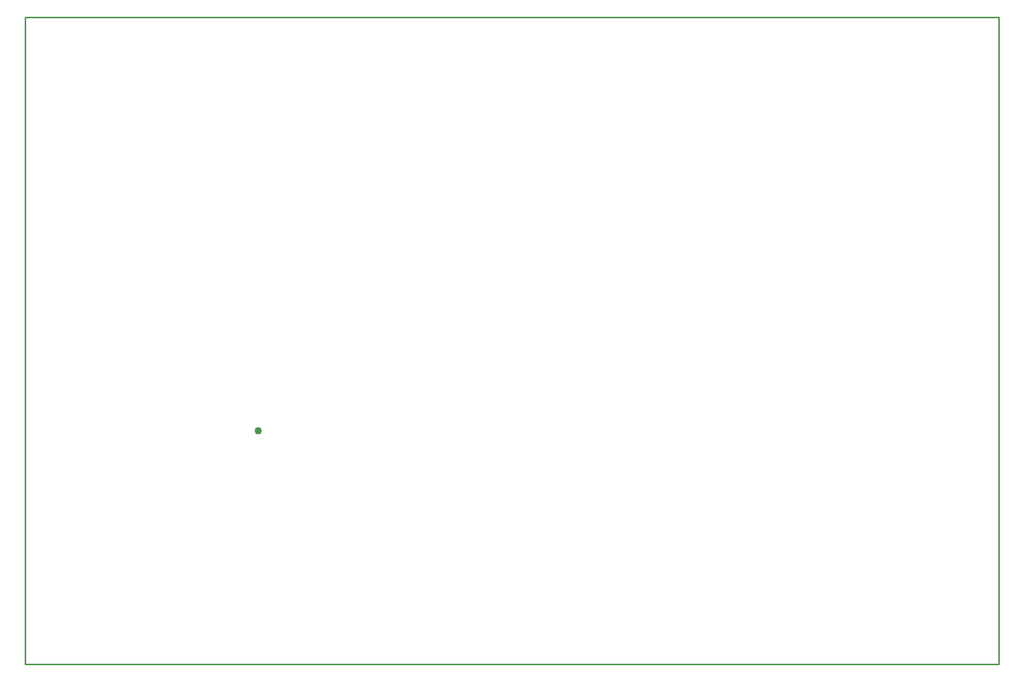
<source format=gtl>
G04 Layer: L1_Top_RF*
G04 Rogers 4350B - RF In/Out, TFLN Drive*
G04 Created by LightRail AI Gerber Gen*
G04 Date: 2026-02-17 09:19:17*
%FSLAX36Y36*%
%MOIN*%
%LPD*%
%ADD10C,0.0100*% 
%ADD11C,0.0500*% 
D10*
X0Y0D02*
X6574803Y0D01*
X6574803Y4370078D01*
X0Y4370078D01*
X0Y0D01*
G04 TFLN Modulator Footprint*
D11*
X1574803Y1574803D03*
M02*

</source>
